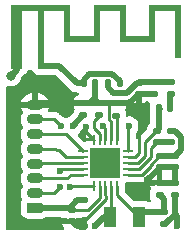
<source format=gbr>
%TF.GenerationSoftware,KiCad,Pcbnew,9.0.0*%
%TF.CreationDate,2025-03-18T12:57:55-04:00*%
%TF.ProjectId,Tarea_1_Modulo_NRF24L01,54617265-615f-4315-9f4d-6f64756c6f5f,rev?*%
%TF.SameCoordinates,Original*%
%TF.FileFunction,Copper,L1,Top*%
%TF.FilePolarity,Positive*%
%FSLAX46Y46*%
G04 Gerber Fmt 4.6, Leading zero omitted, Abs format (unit mm)*
G04 Created by KiCad (PCBNEW 9.0.0) date 2025-03-18 12:57:55*
%MOMM*%
%LPD*%
G01*
G04 APERTURE LIST*
G04 Aperture macros list*
%AMRoundRect*
0 Rectangle with rounded corners*
0 $1 Rounding radius*
0 $2 $3 $4 $5 $6 $7 $8 $9 X,Y pos of 4 corners*
0 Add a 4 corners polygon primitive as box body*
4,1,4,$2,$3,$4,$5,$6,$7,$8,$9,$2,$3,0*
0 Add four circle primitives for the rounded corners*
1,1,$1+$1,$2,$3*
1,1,$1+$1,$4,$5*
1,1,$1+$1,$6,$7*
1,1,$1+$1,$8,$9*
0 Add four rect primitives between the rounded corners*
20,1,$1+$1,$2,$3,$4,$5,0*
20,1,$1+$1,$4,$5,$6,$7,0*
20,1,$1+$1,$6,$7,$8,$9,0*
20,1,$1+$1,$8,$9,$2,$3,0*%
G04 Aperture macros list end*
%TA.AperFunction,EtchedComponent*%
%ADD10C,0.000000*%
%TD*%
%TA.AperFunction,SMDPad,CuDef*%
%ADD11RoundRect,0.140000X0.170000X-0.140000X0.170000X0.140000X-0.170000X0.140000X-0.170000X-0.140000X0*%
%TD*%
%TA.AperFunction,SMDPad,CuDef*%
%ADD12RoundRect,0.147500X0.172500X-0.147500X0.172500X0.147500X-0.172500X0.147500X-0.172500X-0.147500X0*%
%TD*%
%TA.AperFunction,ComponentPad*%
%ADD13RoundRect,0.225000X0.475000X-0.225000X0.475000X0.225000X-0.475000X0.225000X-0.475000X-0.225000X0*%
%TD*%
%TA.AperFunction,ComponentPad*%
%ADD14O,1.400000X0.900000*%
%TD*%
%TA.AperFunction,SMDPad,CuDef*%
%ADD15RoundRect,0.140000X-0.170000X0.140000X-0.170000X-0.140000X0.170000X-0.140000X0.170000X0.140000X0*%
%TD*%
%TA.AperFunction,SMDPad,CuDef*%
%ADD16R,1.000000X1.800000*%
%TD*%
%TA.AperFunction,SMDPad,CuDef*%
%ADD17RoundRect,0.147500X-0.147500X-0.172500X0.147500X-0.172500X0.147500X0.172500X-0.147500X0.172500X0*%
%TD*%
%TA.AperFunction,SMDPad,CuDef*%
%ADD18RoundRect,0.140000X0.140000X0.170000X-0.140000X0.170000X-0.140000X-0.170000X0.140000X-0.170000X0*%
%TD*%
%TA.AperFunction,ConnectorPad*%
%ADD19R,0.500000X0.500000*%
%TD*%
%TA.AperFunction,ComponentPad*%
%ADD20R,0.900000X0.500000*%
%TD*%
%TA.AperFunction,SMDPad,CuDef*%
%ADD21RoundRect,0.062500X-0.350000X-0.062500X0.350000X-0.062500X0.350000X0.062500X-0.350000X0.062500X0*%
%TD*%
%TA.AperFunction,SMDPad,CuDef*%
%ADD22RoundRect,0.062500X-0.062500X-0.350000X0.062500X-0.350000X0.062500X0.350000X-0.062500X0.350000X0*%
%TD*%
%TA.AperFunction,HeatsinkPad*%
%ADD23R,2.500000X2.500000*%
%TD*%
%TA.AperFunction,SMDPad,CuDef*%
%ADD24RoundRect,0.135000X0.185000X-0.135000X0.185000X0.135000X-0.185000X0.135000X-0.185000X-0.135000X0*%
%TD*%
%TA.AperFunction,ViaPad*%
%ADD25C,0.800000*%
%TD*%
%TA.AperFunction,ViaPad*%
%ADD26C,0.600000*%
%TD*%
%TA.AperFunction,Conductor*%
%ADD27C,0.500000*%
%TD*%
%TA.AperFunction,Conductor*%
%ADD28C,0.250000*%
%TD*%
G04 APERTURE END LIST*
D10*
%TA.AperFunction,EtchedComponent*%
%TO.C,AE1*%
G36*
X137900000Y-53215000D02*
G01*
X139900000Y-53215000D01*
X139900000Y-50575000D01*
X142600000Y-50575000D01*
X142600000Y-53215000D01*
X144600000Y-53215000D01*
X144600000Y-50575000D01*
X147300000Y-50575000D01*
X147300000Y-55015000D01*
X146800000Y-55015000D01*
X146800000Y-51075000D01*
X145100000Y-51075000D01*
X145100000Y-53715000D01*
X142100000Y-53715000D01*
X142100000Y-51075000D01*
X140400000Y-51075000D01*
X140400000Y-53715000D01*
X137400000Y-53715000D01*
X137400000Y-51075000D01*
X135700000Y-51075000D01*
X135700000Y-55975000D01*
X135200000Y-55975000D01*
X135200000Y-51075000D01*
X133800000Y-51075000D01*
X133800000Y-55975000D01*
X132900000Y-55975000D01*
X132900000Y-55731785D01*
X133202417Y-55731785D01*
X133212258Y-55779395D01*
X133236326Y-55821797D01*
X133274269Y-55854581D01*
X133282181Y-55858935D01*
X133324844Y-55871043D01*
X133373363Y-55870300D01*
X133418878Y-55857400D01*
X133437489Y-55846787D01*
X133471132Y-55811553D01*
X133491691Y-55766368D01*
X133498222Y-55716842D01*
X133489782Y-55668583D01*
X133472888Y-55636357D01*
X133437628Y-55603687D01*
X133392318Y-55583592D01*
X133342733Y-55577018D01*
X133294647Y-55584908D01*
X133261755Y-55601814D01*
X133226815Y-55638584D01*
X133207153Y-55683378D01*
X133202417Y-55731785D01*
X132900000Y-55731785D01*
X132900000Y-50575000D01*
X137900000Y-50575000D01*
X137900000Y-53215000D01*
G37*
%TD.AperFunction*%
%TD*%
D11*
%TO.P,C4,1*%
%TO.N,Net-(U1-XC2)*%
X146750000Y-66610000D03*
%TO.P,C4,2*%
%TO.N,GND*%
X146750000Y-65650000D03*
%TD*%
D12*
%TO.P,L1,1,1*%
%TO.N,Net-(U1-ANT1)*%
X145250000Y-62160000D03*
%TO.P,L1,2,2*%
%TO.N,Net-(U1-ANT2)*%
X145250000Y-61190000D03*
%TD*%
D13*
%TO.P,J1,1,Pin_1*%
%TO.N,VDD*%
X134900000Y-67750000D03*
D14*
%TO.P,J1,2,Pin_2*%
%TO.N,Net-(J1-Pin_2)*%
X134900000Y-66500000D03*
%TO.P,J1,3,Pin_3*%
%TO.N,Net-(J1-Pin_3)*%
X134900000Y-65250000D03*
%TO.P,J1,4,Pin_4*%
%TO.N,Net-(J1-Pin_4)*%
X134900000Y-64000000D03*
%TO.P,J1,5,Pin_5*%
%TO.N,Net-(J1-Pin_5)*%
X134900000Y-62750000D03*
%TO.P,J1,6,Pin_6*%
%TO.N,Net-(J1-Pin_6)*%
X134900000Y-61500000D03*
%TO.P,J1,7,Pin_7*%
%TO.N,Net-(J1-Pin_7)*%
X134900000Y-60250000D03*
%TO.P,J1,8,Pin_8*%
%TO.N,GND*%
X134900000Y-59000000D03*
%TD*%
D11*
%TO.P,C7,1*%
%TO.N,GND*%
X146750000Y-64310000D03*
%TO.P,C7,2*%
%TO.N,Net-(U1-VDD_PA)*%
X146750000Y-63350000D03*
%TD*%
%TO.P,C5,1*%
%TO.N,Net-(U1-XC1)*%
X145450000Y-66610000D03*
%TO.P,C5,2*%
%TO.N,GND*%
X145450000Y-65650000D03*
%TD*%
D15*
%TO.P,C1,1*%
%TO.N,VDD*%
X138000000Y-67900000D03*
%TO.P,C1,2*%
%TO.N,GND*%
X138000000Y-68860000D03*
%TD*%
D16*
%TO.P,Y1,1,1*%
%TO.N,Net-(U1-XC2)*%
X141250000Y-68550000D03*
%TO.P,Y1,2,2*%
%TO.N,Net-(U1-XC1)*%
X143750000Y-68550000D03*
%TD*%
D11*
%TO.P,C8,1*%
%TO.N,GND*%
X145000000Y-58060000D03*
%TO.P,C8,2*%
%TO.N,Net-(C10-Pad2)*%
X145000000Y-57100000D03*
%TD*%
D17*
%TO.P,L3,1,1*%
%TO.N,Net-(U1-ANT2)*%
X145400000Y-59300000D03*
%TO.P,L3,2,2*%
%TO.N,Net-(C6-Pad1)*%
X146370000Y-59300000D03*
%TD*%
D18*
%TO.P,C11,1*%
%TO.N,GND*%
X139980000Y-57200000D03*
%TO.P,C11,2*%
%TO.N,Net-(AE1-A)*%
X139020000Y-57200000D03*
%TD*%
D11*
%TO.P,C3,1*%
%TO.N,Net-(U1-DVDD)*%
X140300000Y-59860000D03*
%TO.P,C3,2*%
%TO.N,GND*%
X140300000Y-58900000D03*
%TD*%
D17*
%TO.P,L4,1,1*%
%TO.N,Net-(C10-Pad2)*%
X141100000Y-57200000D03*
%TO.P,L4,2,2*%
%TO.N,Net-(AE1-A)*%
X142070000Y-57200000D03*
%TD*%
D19*
%TO.P,AE1,1,A*%
%TO.N,Net-(AE1-A)*%
X135450000Y-55725000D03*
D20*
%TO.P,AE1,2*%
%TO.N,N/C*%
X133350000Y-55725000D03*
%TD*%
D11*
%TO.P,C2,1*%
%TO.N,VDD*%
X139000000Y-59860000D03*
%TO.P,C2,2*%
%TO.N,GND*%
X139000000Y-58900000D03*
%TD*%
D12*
%TO.P,L2,1,1*%
%TO.N,Net-(U1-ANT1)*%
X146425000Y-62160000D03*
%TO.P,L2,2,2*%
%TO.N,Net-(U1-VDD_PA)*%
X146425000Y-61190000D03*
%TD*%
D21*
%TO.P,U1,1,CE*%
%TO.N,Net-(J1-Pin_6)*%
X138937500Y-62925000D03*
%TO.P,U1,2,CSN*%
%TO.N,Net-(J1-Pin_5)*%
X138937500Y-63425000D03*
%TO.P,U1,3,SCK*%
%TO.N,Net-(J1-Pin_4)*%
X138937500Y-63925000D03*
%TO.P,U1,4,MOSI*%
%TO.N,Net-(J1-Pin_2)*%
X138937500Y-64425000D03*
%TO.P,U1,5,MISO*%
%TO.N,Net-(J1-Pin_3)*%
X138937500Y-64925000D03*
D22*
%TO.P,U1,6,IRQ*%
%TO.N,Net-(J1-Pin_7)*%
X139875000Y-65862500D03*
%TO.P,U1,7,VDD*%
%TO.N,VDD*%
X140375000Y-65862500D03*
%TO.P,U1,8,VSS*%
%TO.N,GND*%
X140875000Y-65862500D03*
%TO.P,U1,9,XC2*%
%TO.N,Net-(U1-XC2)*%
X141375000Y-65862500D03*
%TO.P,U1,10,XC1*%
%TO.N,Net-(U1-XC1)*%
X141875000Y-65862500D03*
D21*
%TO.P,U1,11,VDD_PA*%
%TO.N,Net-(U1-VDD_PA)*%
X142812500Y-64925000D03*
%TO.P,U1,12,ANT1*%
%TO.N,Net-(U1-ANT1)*%
X142812500Y-64425000D03*
%TO.P,U1,13,ANT2*%
%TO.N,Net-(U1-ANT2)*%
X142812500Y-63925000D03*
%TO.P,U1,14,VSS*%
%TO.N,GND*%
X142812500Y-63425000D03*
%TO.P,U1,15,VDD*%
%TO.N,VDD*%
X142812500Y-62925000D03*
D22*
%TO.P,U1,16,IREF*%
%TO.N,Net-(U1-IREF)*%
X141875000Y-61987500D03*
%TO.P,U1,17,VSS*%
%TO.N,GND*%
X141375000Y-61987500D03*
%TO.P,U1,18,VDD*%
%TO.N,VDD*%
X140875000Y-61987500D03*
%TO.P,U1,19,DVDD*%
%TO.N,Net-(U1-DVDD)*%
X140375000Y-61987500D03*
%TO.P,U1,20,VSS*%
%TO.N,GND*%
X139875000Y-61987500D03*
D23*
%TO.P,U1,21*%
%TO.N,N/C*%
X140875000Y-63925000D03*
%TD*%
D11*
%TO.P,C9,1*%
%TO.N,GND*%
X145450000Y-64310000D03*
%TO.P,C9,2*%
%TO.N,Net-(U1-VDD_PA)*%
X145450000Y-63350000D03*
%TD*%
%TO.P,C10,1*%
%TO.N,GND*%
X143700000Y-58100000D03*
%TO.P,C10,2*%
%TO.N,Net-(C10-Pad2)*%
X143700000Y-57140000D03*
%TD*%
D24*
%TO.P,R2,1*%
%TO.N,Net-(U1-XC2)*%
X145850000Y-69070000D03*
%TO.P,R2,2*%
%TO.N,Net-(U1-XC1)*%
X145850000Y-68050000D03*
%TD*%
D11*
%TO.P,C6,1*%
%TO.N,Net-(C6-Pad1)*%
X146400000Y-58060000D03*
%TO.P,C6,2*%
%TO.N,Net-(C10-Pad2)*%
X146400000Y-57100000D03*
%TD*%
D24*
%TO.P,R1,1*%
%TO.N,Net-(U1-IREF)*%
X141800000Y-59920000D03*
%TO.P,R1,2*%
%TO.N,GND*%
X141800000Y-58900000D03*
%TD*%
D25*
%TO.N,*%
X132850000Y-56550000D03*
D26*
%TO.N,VDD*%
X139100000Y-67100000D03*
X142900000Y-60800000D03*
X140700000Y-60800000D03*
X138100000Y-60800000D03*
%TO.N,GND*%
X139100000Y-69300000D03*
X144400000Y-65400000D03*
X144300000Y-60100000D03*
X139230331Y-60869669D03*
%TO.N,Net-(U1-XC2)*%
X146900000Y-69300000D03*
X140000000Y-69300000D03*
%TO.N,Net-(J1-Pin_2)*%
X137000000Y-64600000D03*
X137000000Y-66000000D03*
%TO.N,Net-(J1-Pin_7)*%
X137900000Y-66000000D03*
X137100000Y-60800000D03*
%TD*%
D27*
%TO.N,*%
X133350000Y-55725000D02*
X133350000Y-56050000D01*
X133350000Y-56050000D02*
X132850000Y-56550000D01*
%TO.N,Net-(AE1-A)*%
X142070000Y-57000920D02*
X142070000Y-57200000D01*
X136950000Y-55725000D02*
X135450000Y-55725000D01*
X139020000Y-57200000D02*
X138425000Y-57200000D01*
X139020000Y-57200000D02*
X139020000Y-56890001D01*
X139020000Y-56890001D02*
X139510001Y-56400000D01*
X138425000Y-57200000D02*
X136950000Y-55725000D01*
X141469080Y-56400000D02*
X142070000Y-57000920D01*
X139510001Y-56400000D02*
X141469080Y-56400000D01*
%TO.N,VDD*%
X138500000Y-67100000D02*
X137850000Y-67750000D01*
D28*
X138000000Y-67900000D02*
X139363604Y-67900000D01*
D27*
X134900000Y-67750000D02*
X137850000Y-67750000D01*
D28*
X140875000Y-61987500D02*
X140875000Y-60975000D01*
D27*
X137850000Y-67750000D02*
X138000000Y-67900000D01*
D28*
X140875000Y-60975000D02*
X140700000Y-60800000D01*
X138000000Y-67900000D02*
X138300000Y-67900000D01*
X142812500Y-60887500D02*
X142900000Y-60800000D01*
D27*
X139000000Y-59860000D02*
X139000000Y-59900000D01*
D28*
X140381802Y-66881802D02*
X140375000Y-66875000D01*
D27*
X139000000Y-59900000D02*
X138100000Y-60800000D01*
X139100000Y-67100000D02*
X138500000Y-67100000D01*
D28*
X140375000Y-66875000D02*
X140375000Y-65862500D01*
X139363604Y-67900000D02*
X140381802Y-66881802D01*
X142812500Y-62925000D02*
X142812500Y-60887500D01*
D27*
%TO.N,GND*%
X141800000Y-58900000D02*
X142900000Y-58900000D01*
D28*
X139040000Y-68860000D02*
X140900000Y-67000000D01*
D27*
X145450000Y-64310000D02*
X145450000Y-64350000D01*
D28*
X143700000Y-63100000D02*
X143700000Y-58100000D01*
D27*
X139980000Y-57200000D02*
X139980000Y-58400000D01*
X139100000Y-69300000D02*
X138440000Y-69300000D01*
X145450000Y-64350000D02*
X144400000Y-65400000D01*
D28*
X141155000Y-60249280D02*
X141155000Y-58945000D01*
D27*
X145450000Y-65650000D02*
X146750000Y-65650000D01*
D28*
X143700000Y-58100000D02*
X143700000Y-59500000D01*
X142812500Y-63425000D02*
X143375000Y-63425000D01*
X140875000Y-66675000D02*
X140875000Y-65862500D01*
D27*
X135000000Y-58900000D02*
X134900000Y-59000000D01*
D28*
X141375000Y-61987500D02*
X141375000Y-60469280D01*
D27*
X144960000Y-58100000D02*
X145000000Y-58060000D01*
X141800000Y-58900000D02*
X141200000Y-58900000D01*
X139000000Y-58900000D02*
X139480000Y-58900000D01*
D28*
X140900000Y-66700000D02*
X140875000Y-66675000D01*
X141375000Y-60469280D02*
X141155000Y-60249280D01*
D27*
X139480000Y-58900000D02*
X139980000Y-58400000D01*
X145450000Y-64310000D02*
X146750000Y-64310000D01*
X142900000Y-58900000D02*
X143700000Y-58100000D01*
D28*
X140900000Y-67000000D02*
X140900000Y-66700000D01*
X139230331Y-61342831D02*
X139230331Y-60869669D01*
X138000000Y-68860000D02*
X139040000Y-68860000D01*
D27*
X139980000Y-58400000D02*
X139980000Y-58580000D01*
X143700000Y-58100000D02*
X144960000Y-58100000D01*
X146750000Y-65650000D02*
X146750000Y-64310000D01*
X141200000Y-58900000D02*
X140300000Y-58900000D01*
X138440000Y-69300000D02*
X138000000Y-68860000D01*
D28*
X143375000Y-63425000D02*
X143700000Y-63100000D01*
X139875000Y-61987500D02*
X139230331Y-61342831D01*
D27*
X139980000Y-58580000D02*
X140300000Y-58900000D01*
X139000000Y-58900000D02*
X135000000Y-58900000D01*
D28*
X143700000Y-59500000D02*
X144300000Y-60100000D01*
X141155000Y-58945000D02*
X141200000Y-58900000D01*
%TO.N,Net-(U1-DVDD)*%
X140300000Y-60000000D02*
X140300000Y-59860000D01*
X140375000Y-59935000D02*
X140300000Y-59860000D01*
X140375000Y-61475000D02*
X139900000Y-61000000D01*
X139900000Y-61000000D02*
X139900000Y-60400000D01*
X140375000Y-61987500D02*
X140375000Y-61475000D01*
X139900000Y-60400000D02*
X140300000Y-60000000D01*
D27*
%TO.N,Net-(U1-XC2)*%
X146900000Y-69300000D02*
X146900000Y-68451056D01*
X140750000Y-68550000D02*
X140000000Y-69300000D01*
X146900000Y-68451056D02*
X146750000Y-68301056D01*
X141250000Y-68550000D02*
X140750000Y-68550000D01*
X145850000Y-69070000D02*
X145930000Y-69070000D01*
D28*
X141375000Y-65862500D02*
X141375000Y-68425000D01*
X141375000Y-68425000D02*
X141250000Y-68550000D01*
D27*
X146750000Y-68301056D02*
X146750000Y-66610000D01*
X146281056Y-68770000D02*
X146750000Y-68301056D01*
X145930000Y-69070000D02*
X146230000Y-68770000D01*
X146230000Y-68770000D02*
X146281056Y-68770000D01*
D28*
%TO.N,Net-(U1-XC1)*%
X141875000Y-66675000D02*
X143750000Y-68550000D01*
X141875000Y-65862500D02*
X141875000Y-66675000D01*
D27*
X145850000Y-67010000D02*
X145450000Y-66610000D01*
X143750000Y-68550000D02*
X144250000Y-68050000D01*
X145850000Y-68050000D02*
X145850000Y-67010000D01*
X144250000Y-68050000D02*
X145850000Y-68050000D01*
%TO.N,Net-(C10-Pad2)*%
X141550001Y-57970000D02*
X142681734Y-57970000D01*
X143511734Y-57140000D02*
X143700000Y-57140000D01*
X141100000Y-57519999D02*
X141550001Y-57970000D01*
X145000000Y-57100000D02*
X146400000Y-57100000D01*
X143740000Y-57100000D02*
X143700000Y-57140000D01*
X142681734Y-57970000D02*
X143511734Y-57140000D01*
X141100000Y-57200000D02*
X141100000Y-57519999D01*
X145000000Y-57100000D02*
X143740000Y-57100000D01*
%TO.N,Net-(C6-Pad1)*%
X146370000Y-59300000D02*
X146370000Y-58090000D01*
X146370000Y-58090000D02*
X146400000Y-58060000D01*
%TO.N,Net-(U1-VDD_PA)*%
X146744999Y-61190000D02*
X146425000Y-61190000D01*
D28*
X144700000Y-64200000D02*
X144700000Y-64088510D01*
D27*
X146750000Y-63350000D02*
X147250000Y-62850000D01*
X145450000Y-63350000D02*
X146750000Y-63350000D01*
D28*
X144700000Y-64088510D02*
X145438510Y-63350000D01*
D27*
X147250000Y-61695001D02*
X146744999Y-61190000D01*
D28*
X145438510Y-63350000D02*
X145450000Y-63350000D01*
D27*
X147250000Y-62850000D02*
X147250000Y-61695001D01*
D28*
X144700000Y-64200000D02*
X143975000Y-64925000D01*
X143975000Y-64925000D02*
X142812500Y-64925000D01*
%TO.N,Net-(J1-Pin_5)*%
X138937500Y-63425000D02*
X137525000Y-63425000D01*
X136900000Y-62800000D02*
X136700000Y-62800000D01*
X136700000Y-62800000D02*
X136650000Y-62750000D01*
X136650000Y-62750000D02*
X134900000Y-62750000D01*
X137525000Y-63425000D02*
X136900000Y-62800000D01*
%TO.N,Net-(J1-Pin_2)*%
X138937500Y-64425000D02*
X137175000Y-64425000D01*
X137000000Y-66000000D02*
X136500000Y-66500000D01*
X136500000Y-66500000D02*
X134900000Y-66500000D01*
X137175000Y-64425000D02*
X137000000Y-64600000D01*
%TO.N,Net-(J1-Pin_3)*%
X137650000Y-65250000D02*
X137975000Y-64925000D01*
X137975000Y-64925000D02*
X138937500Y-64925000D01*
X134900000Y-65250000D02*
X137650000Y-65250000D01*
%TO.N,Net-(J1-Pin_4)*%
X138937500Y-63925000D02*
X134975000Y-63925000D01*
X134975000Y-63925000D02*
X134900000Y-64000000D01*
%TO.N,Net-(J1-Pin_7)*%
X137100000Y-60800000D02*
X136550000Y-60250000D01*
X139875000Y-65862500D02*
X138037500Y-65862500D01*
X138037500Y-65862500D02*
X137900000Y-66000000D01*
X136550000Y-60250000D02*
X134900000Y-60250000D01*
%TO.N,Net-(J1-Pin_6)*%
X138937500Y-62925000D02*
X137512500Y-61500000D01*
X137512500Y-61500000D02*
X134900000Y-61500000D01*
%TO.N,Net-(U1-ANT1)*%
X145450000Y-62250000D02*
X145450000Y-62220000D01*
D27*
X145250000Y-62160000D02*
X146425000Y-62160000D01*
D28*
X143727114Y-64425000D02*
X144700000Y-63452114D01*
X144700000Y-62710000D02*
X145250000Y-62160000D01*
X142812500Y-64425000D02*
X143727114Y-64425000D01*
X144700000Y-63452114D02*
X144700000Y-62710000D01*
D27*
%TO.N,Net-(U1-ANT2)*%
X145400000Y-61040000D02*
X145250000Y-61190000D01*
D28*
X145190001Y-61190000D02*
X145250000Y-61190000D01*
X144207859Y-62172142D02*
X145190001Y-61190000D01*
D27*
X145450000Y-59350000D02*
X145400000Y-59300000D01*
X145400000Y-59300000D02*
X145400000Y-61040000D01*
D28*
X143590718Y-63925000D02*
X144207859Y-63307859D01*
X142812500Y-63925000D02*
X143590718Y-63925000D01*
X144207859Y-63307859D02*
X144207859Y-62172142D01*
%TO.N,Net-(U1-IREF)*%
X141875000Y-61987500D02*
X141875000Y-59995000D01*
X141875000Y-59995000D02*
X141800000Y-59920000D01*
%TD*%
%TA.AperFunction,Conductor*%
%TO.N,GND*%
G36*
X134634561Y-56080726D02*
G01*
X134654871Y-56081565D01*
X134667404Y-56090370D01*
X134682098Y-56094685D01*
X134695407Y-56110044D01*
X134712041Y-56121731D01*
X134725625Y-56144917D01*
X134727853Y-56147489D01*
X134729117Y-56150879D01*
X134729882Y-56152184D01*
X134732259Y-56158015D01*
X134740181Y-56184992D01*
X134748600Y-56198093D01*
X134752920Y-56208688D01*
X134754275Y-56212161D01*
X134756201Y-56217326D01*
X134756203Y-56217329D01*
X134756204Y-56217331D01*
X134789841Y-56262264D01*
X134817969Y-56306032D01*
X134831165Y-56317466D01*
X134839155Y-56328139D01*
X134839155Y-56328140D01*
X134839156Y-56328141D01*
X134842453Y-56332546D01*
X134872765Y-56355237D01*
X134887380Y-56366178D01*
X134926706Y-56400254D01*
X134942589Y-56407507D01*
X134953263Y-56415498D01*
X134953263Y-56415499D01*
X134957664Y-56418793D01*
X134957666Y-56418794D01*
X134957669Y-56418796D01*
X135010251Y-56438408D01*
X135057584Y-56460024D01*
X135074870Y-56462509D01*
X135092517Y-56469091D01*
X135130567Y-56473182D01*
X135152116Y-56475499D01*
X135152118Y-56475499D01*
X135152127Y-56475500D01*
X135156351Y-56475499D01*
X135174000Y-56476761D01*
X135200000Y-56480500D01*
X135700000Y-56480500D01*
X135762863Y-56476004D01*
X135765495Y-56475816D01*
X135774341Y-56475500D01*
X136587770Y-56475500D01*
X136654809Y-56495185D01*
X136675451Y-56511819D01*
X137946584Y-57782952D01*
X137975548Y-57802305D01*
X138004508Y-57821655D01*
X138004510Y-57821656D01*
X138004513Y-57821658D01*
X138069505Y-57865084D01*
X138069506Y-57865084D01*
X138069507Y-57865085D01*
X138144343Y-57896083D01*
X138206087Y-57921658D01*
X138206091Y-57921658D01*
X138206092Y-57921659D01*
X138351079Y-57950500D01*
X138351082Y-57950500D01*
X138351083Y-57950500D01*
X138488256Y-57950500D01*
X138555295Y-57970185D01*
X138601050Y-58022989D01*
X138610994Y-58092147D01*
X138581969Y-58155703D01*
X138551377Y-58181232D01*
X138434625Y-58250278D01*
X138434616Y-58250285D01*
X138320285Y-58364616D01*
X138320278Y-58364625D01*
X138237968Y-58503804D01*
X138195496Y-58650000D01*
X141205851Y-58650000D01*
X141206172Y-58650046D01*
X141206331Y-58650001D01*
X141207581Y-58650252D01*
X141241246Y-58655159D01*
X141247387Y-58656988D01*
X141251081Y-58658518D01*
X141331089Y-58691659D01*
X141423885Y-58710117D01*
X141468644Y-58719020D01*
X141476082Y-58720500D01*
X141476083Y-58720500D01*
X142755654Y-58720500D01*
X142865140Y-58698721D01*
X142900647Y-58691658D01*
X142948490Y-58671840D01*
X143017957Y-58664371D01*
X143080436Y-58695645D01*
X143083624Y-58698721D01*
X143134616Y-58749714D01*
X143134625Y-58749721D01*
X143273804Y-58832031D01*
X143429089Y-58877145D01*
X143450000Y-58878789D01*
X143450000Y-58314463D01*
X143458644Y-58285022D01*
X143465168Y-58255036D01*
X143468922Y-58250020D01*
X143469685Y-58247424D01*
X143486319Y-58226782D01*
X143576782Y-58136319D01*
X143638105Y-58102834D01*
X143664463Y-58100000D01*
X143700000Y-58100000D01*
X143700000Y-58064463D01*
X143708644Y-58035022D01*
X143715168Y-58005036D01*
X143718922Y-58000020D01*
X143719685Y-57997424D01*
X143736319Y-57976782D01*
X143756282Y-57956819D01*
X143817605Y-57923334D01*
X143843963Y-57920500D01*
X143934682Y-57920500D01*
X143934690Y-57920500D01*
X143970993Y-57917643D01*
X143970995Y-57917642D01*
X143970997Y-57917642D01*
X144045202Y-57896083D01*
X144126395Y-57872494D01*
X144134386Y-57867767D01*
X144197507Y-57850500D01*
X144617934Y-57850500D01*
X144652528Y-57855423D01*
X144729007Y-57877643D01*
X144765310Y-57880500D01*
X144765318Y-57880500D01*
X144876000Y-57880500D01*
X144884685Y-57883050D01*
X144893647Y-57881762D01*
X144917687Y-57892740D01*
X144943039Y-57900185D01*
X144948966Y-57907025D01*
X144957203Y-57910787D01*
X144971492Y-57933021D01*
X144988794Y-57952989D01*
X144991081Y-57963503D01*
X144994977Y-57969565D01*
X145000000Y-58004500D01*
X145000000Y-58186000D01*
X144980315Y-58253039D01*
X144927511Y-58298794D01*
X144876000Y-58310000D01*
X144640000Y-58310000D01*
X144636319Y-58313681D01*
X144574996Y-58347166D01*
X144548638Y-58350000D01*
X143950000Y-58350000D01*
X143950000Y-58878789D01*
X143970910Y-58877145D01*
X144126195Y-58832031D01*
X144265374Y-58749721D01*
X144265378Y-58749718D01*
X144285393Y-58729703D01*
X144310388Y-58716053D01*
X144333749Y-58699785D01*
X144340651Y-58699528D01*
X144346716Y-58696217D01*
X144375120Y-58698247D01*
X144403571Y-58697191D01*
X144412634Y-58700930D01*
X144416407Y-58701200D01*
X144436197Y-58710651D01*
X144577516Y-58794227D01*
X144625200Y-58845296D01*
X144637703Y-58914038D01*
X144633472Y-58935553D01*
X144607390Y-59025326D01*
X144604500Y-59062052D01*
X144604500Y-59537947D01*
X144607390Y-59574673D01*
X144607391Y-59574675D01*
X144642549Y-59695688D01*
X144644576Y-59702663D01*
X144649500Y-59737259D01*
X144649500Y-60502727D01*
X144629815Y-60569766D01*
X144613181Y-60590408D01*
X144561414Y-60642174D01*
X144561408Y-60642182D01*
X144478068Y-60783104D01*
X144478066Y-60783107D01*
X144432391Y-60940320D01*
X144432390Y-60940326D01*
X144429500Y-60977052D01*
X144429500Y-61014548D01*
X144409815Y-61081587D01*
X144393181Y-61102229D01*
X143811853Y-61683556D01*
X143811845Y-61683564D01*
X143809128Y-61686282D01*
X143809126Y-61686284D01*
X143722001Y-61773409D01*
X143693877Y-61815500D01*
X143689248Y-61822427D01*
X143689244Y-61822432D01*
X143665101Y-61858564D01*
X143611488Y-61903369D01*
X143542163Y-61912075D01*
X143479136Y-61881919D01*
X143442418Y-61822476D01*
X143438000Y-61789672D01*
X143438000Y-61445440D01*
X143457685Y-61378401D01*
X143474320Y-61357758D01*
X143521786Y-61310292D01*
X143521789Y-61310289D01*
X143609394Y-61179179D01*
X143669737Y-61033497D01*
X143700500Y-60878842D01*
X143700500Y-60721158D01*
X143700500Y-60721155D01*
X143700499Y-60721153D01*
X143687913Y-60657880D01*
X143669737Y-60566503D01*
X143664687Y-60554311D01*
X143609397Y-60420827D01*
X143609390Y-60420814D01*
X143521789Y-60289711D01*
X143521786Y-60289707D01*
X143410292Y-60178213D01*
X143410288Y-60178210D01*
X143279185Y-60090609D01*
X143279172Y-60090602D01*
X143133501Y-60030264D01*
X143133489Y-60030261D01*
X142978845Y-59999500D01*
X142978842Y-59999500D01*
X142821158Y-59999500D01*
X142821156Y-59999500D01*
X142768691Y-60009936D01*
X142699099Y-60003709D01*
X142643922Y-59960846D01*
X142620677Y-59894956D01*
X142620499Y-59888319D01*
X142620499Y-59720831D01*
X142620498Y-59720806D01*
X142617665Y-59684799D01*
X142617665Y-59684796D01*
X142572869Y-59530607D01*
X142538581Y-59472629D01*
X142521398Y-59404905D01*
X142538582Y-59346386D01*
X142572404Y-59289196D01*
X142572405Y-59289194D01*
X142612844Y-59150000D01*
X142060409Y-59150000D01*
X142050680Y-59149618D01*
X142049186Y-59149500D01*
X141550830Y-59149500D01*
X141550813Y-59149501D01*
X141549692Y-59149589D01*
X141549330Y-59149618D01*
X141539607Y-59150000D01*
X140798352Y-59150000D01*
X140735233Y-59132732D01*
X140726395Y-59127506D01*
X140726393Y-59127505D01*
X140726389Y-59127503D01*
X140570997Y-59082357D01*
X140570991Y-59082356D01*
X140534697Y-59079500D01*
X140534690Y-59079500D01*
X140065310Y-59079500D01*
X140065302Y-59079500D01*
X140029008Y-59082356D01*
X140029002Y-59082357D01*
X139873610Y-59127503D01*
X139873605Y-59127506D01*
X139864766Y-59132732D01*
X139801648Y-59150000D01*
X139498352Y-59150000D01*
X139435233Y-59132732D01*
X139426395Y-59127506D01*
X139426393Y-59127505D01*
X139426389Y-59127503D01*
X139270997Y-59082357D01*
X139270991Y-59082356D01*
X139234697Y-59079500D01*
X139234690Y-59079500D01*
X138765310Y-59079500D01*
X138765302Y-59079500D01*
X138729008Y-59082356D01*
X138729002Y-59082357D01*
X138573610Y-59127503D01*
X138573605Y-59127506D01*
X138564766Y-59132732D01*
X138501648Y-59150000D01*
X138195496Y-59150000D01*
X138237968Y-59296194D01*
X138249911Y-59316389D01*
X138267092Y-59384113D01*
X138260630Y-59419270D01*
X138256485Y-59431512D01*
X138237506Y-59463605D01*
X138192357Y-59619007D01*
X138192158Y-59621532D01*
X138188683Y-59631798D01*
X138173594Y-59653293D01*
X138161784Y-59676749D01*
X138158912Y-59679718D01*
X137784704Y-60053927D01*
X137744478Y-60080806D01*
X137720826Y-60090603D01*
X137720814Y-60090609D01*
X137668891Y-60125304D01*
X137602214Y-60146182D01*
X137534833Y-60127698D01*
X137531109Y-60125304D01*
X137479185Y-60090609D01*
X137479172Y-60090602D01*
X137333501Y-60030264D01*
X137333489Y-60030261D01*
X137222285Y-60008141D01*
X137205528Y-59999376D01*
X137187049Y-59995356D01*
X137162010Y-59976611D01*
X137160374Y-59975756D01*
X137158795Y-59974205D01*
X137042928Y-59858338D01*
X137042926Y-59858335D01*
X137042925Y-59858334D01*
X137042925Y-59858335D01*
X137035858Y-59851268D01*
X137035858Y-59851267D01*
X136948733Y-59764142D01*
X136948732Y-59764141D01*
X136948731Y-59764140D01*
X136903325Y-59733801D01*
X136903324Y-59733800D01*
X136897509Y-59729915D01*
X136846286Y-59695688D01*
X136765792Y-59662347D01*
X136743934Y-59653293D01*
X136732453Y-59648537D01*
X136722427Y-59646543D01*
X136672029Y-59636518D01*
X136611610Y-59624500D01*
X136611607Y-59624500D01*
X136611606Y-59624500D01*
X136105176Y-59624500D01*
X136038137Y-59604815D01*
X135992382Y-59552011D01*
X135982438Y-59482853D01*
X135990615Y-59453048D01*
X136063491Y-59277107D01*
X136063493Y-59277100D01*
X136068884Y-59250000D01*
X135066988Y-59250000D01*
X135084205Y-59240060D01*
X135140060Y-59184205D01*
X135179556Y-59115796D01*
X135200000Y-59039496D01*
X135200000Y-58960504D01*
X135179556Y-58884204D01*
X135140060Y-58815795D01*
X135084205Y-58759940D01*
X135066988Y-58750000D01*
X135150000Y-58750000D01*
X136068884Y-58750000D01*
X136068884Y-58749999D01*
X136063493Y-58722899D01*
X136063492Y-58722896D01*
X135991880Y-58550008D01*
X135991875Y-58549999D01*
X135887913Y-58394410D01*
X135887910Y-58394406D01*
X135755593Y-58262089D01*
X135755589Y-58262086D01*
X135600000Y-58158124D01*
X135599991Y-58158119D01*
X135427105Y-58086508D01*
X135427097Y-58086506D01*
X135243570Y-58050000D01*
X135150000Y-58050000D01*
X135150000Y-58750000D01*
X135066988Y-58750000D01*
X135015796Y-58720444D01*
X134939496Y-58700000D01*
X134860504Y-58700000D01*
X134784204Y-58720444D01*
X134715795Y-58759940D01*
X134659940Y-58815795D01*
X134620444Y-58884204D01*
X134600000Y-58960504D01*
X134600000Y-59039496D01*
X134620444Y-59115796D01*
X134659940Y-59184205D01*
X134715795Y-59240060D01*
X134733012Y-59250000D01*
X133731116Y-59250000D01*
X133736506Y-59277100D01*
X133736507Y-59277103D01*
X133808119Y-59449991D01*
X133808127Y-59450005D01*
X133878723Y-59555660D01*
X133899601Y-59622337D01*
X133881116Y-59689717D01*
X133878723Y-59693440D01*
X133807684Y-59799757D01*
X133807676Y-59799771D01*
X133736027Y-59972748D01*
X133736025Y-59972756D01*
X133699500Y-60156379D01*
X133699500Y-60343620D01*
X133736025Y-60527243D01*
X133736027Y-60527251D01*
X133762188Y-60590408D01*
X133807676Y-60700228D01*
X133807680Y-60700235D01*
X133878423Y-60806110D01*
X133899300Y-60872787D01*
X133880815Y-60940167D01*
X133878423Y-60943890D01*
X133807680Y-61049764D01*
X133807676Y-61049771D01*
X133736027Y-61222748D01*
X133736025Y-61222756D01*
X133699500Y-61406379D01*
X133699500Y-61593620D01*
X133736025Y-61777243D01*
X133736027Y-61777251D01*
X133807676Y-61950228D01*
X133807680Y-61950235D01*
X133878423Y-62056110D01*
X133899300Y-62122787D01*
X133880815Y-62190167D01*
X133878423Y-62193890D01*
X133807680Y-62299764D01*
X133807676Y-62299771D01*
X133736027Y-62472748D01*
X133736025Y-62472756D01*
X133699500Y-62656379D01*
X133699500Y-62843620D01*
X133736025Y-63027243D01*
X133736027Y-63027251D01*
X133807676Y-63200228D01*
X133807680Y-63200235D01*
X133878423Y-63306110D01*
X133899300Y-63372787D01*
X133880815Y-63440167D01*
X133878423Y-63443890D01*
X133807680Y-63549764D01*
X133807676Y-63549771D01*
X133736027Y-63722748D01*
X133736025Y-63722756D01*
X133699500Y-63906379D01*
X133699500Y-64093620D01*
X133736025Y-64277243D01*
X133736027Y-64277251D01*
X133807676Y-64450228D01*
X133807680Y-64450235D01*
X133878423Y-64556110D01*
X133899300Y-64622787D01*
X133880815Y-64690167D01*
X133878423Y-64693890D01*
X133807680Y-64799764D01*
X133807676Y-64799771D01*
X133736027Y-64972748D01*
X133736025Y-64972756D01*
X133699500Y-65156379D01*
X133699500Y-65343620D01*
X133736025Y-65527243D01*
X133736027Y-65527251D01*
X133807676Y-65700228D01*
X133807680Y-65700235D01*
X133878423Y-65806110D01*
X133899300Y-65872787D01*
X133880815Y-65940167D01*
X133878423Y-65943890D01*
X133807680Y-66049764D01*
X133807676Y-66049771D01*
X133736027Y-66222748D01*
X133736025Y-66222756D01*
X133699500Y-66406379D01*
X133699500Y-66593620D01*
X133736025Y-66777243D01*
X133736027Y-66777251D01*
X133807677Y-66950230D01*
X133825541Y-66976965D01*
X133846419Y-67043643D01*
X133827978Y-67110953D01*
X133762998Y-67216300D01*
X133762996Y-67216305D01*
X133709651Y-67377290D01*
X133699500Y-67476647D01*
X133699500Y-68023337D01*
X133699501Y-68023355D01*
X133709650Y-68122707D01*
X133709651Y-68122710D01*
X133762996Y-68283694D01*
X133763001Y-68283705D01*
X133852029Y-68428040D01*
X133852032Y-68428044D01*
X133971955Y-68547967D01*
X133971959Y-68547970D01*
X134116294Y-68636998D01*
X134116297Y-68636999D01*
X134116303Y-68637003D01*
X134277292Y-68690349D01*
X134376655Y-68700500D01*
X135423344Y-68700499D01*
X135423352Y-68700498D01*
X135423355Y-68700498D01*
X135477760Y-68694940D01*
X135522708Y-68690349D01*
X135683697Y-68637003D01*
X135828044Y-68547968D01*
X135839193Y-68536819D01*
X135900516Y-68503334D01*
X135926874Y-68500500D01*
X137062156Y-68500500D01*
X137129195Y-68520185D01*
X137174950Y-68572989D01*
X137176665Y-68584921D01*
X137195495Y-68610000D01*
X137501648Y-68610000D01*
X137564766Y-68627267D01*
X137573605Y-68632494D01*
X137573608Y-68632494D01*
X137573610Y-68632496D01*
X137729002Y-68677642D01*
X137729005Y-68677642D01*
X137729007Y-68677643D01*
X137765310Y-68680500D01*
X137765318Y-68680500D01*
X138234682Y-68680500D01*
X138234690Y-68680500D01*
X138270993Y-68677643D01*
X138270995Y-68677642D01*
X138270997Y-68677642D01*
X138426389Y-68632496D01*
X138426389Y-68632495D01*
X138426395Y-68632494D01*
X138435233Y-68627267D01*
X138498352Y-68610000D01*
X138804504Y-68610000D01*
X138830748Y-68575047D01*
X138886742Y-68533256D01*
X138929909Y-68525500D01*
X139343059Y-68525500D01*
X139410098Y-68545185D01*
X139455853Y-68597989D01*
X139465797Y-68667147D01*
X139436772Y-68730703D01*
X139430740Y-68737181D01*
X139378213Y-68789707D01*
X139378210Y-68789711D01*
X139290609Y-68920814D01*
X139290602Y-68920827D01*
X139230264Y-69066498D01*
X139230261Y-69066510D01*
X139199500Y-69221153D01*
X139199500Y-69378846D01*
X139213914Y-69451309D01*
X139207687Y-69520900D01*
X139164824Y-69576078D01*
X139098934Y-69599322D01*
X139092297Y-69599500D01*
X138774502Y-69599500D01*
X138707463Y-69579815D01*
X138661708Y-69527011D01*
X138651764Y-69457853D01*
X138676520Y-69399503D01*
X138679718Y-69395379D01*
X138762031Y-69256195D01*
X138804504Y-69110000D01*
X137195496Y-69110000D01*
X137237968Y-69256195D01*
X137320281Y-69395379D01*
X137323480Y-69399503D01*
X137349013Y-69464541D01*
X137335330Y-69533058D01*
X137286777Y-69583300D01*
X137225498Y-69599500D01*
X132574500Y-69599500D01*
X132507461Y-69579815D01*
X132461706Y-69527011D01*
X132450500Y-69475500D01*
X132450500Y-58749999D01*
X133731115Y-58749999D01*
X133731116Y-58750000D01*
X134650000Y-58750000D01*
X134650000Y-58050000D01*
X134556430Y-58050000D01*
X134372902Y-58086506D01*
X134372894Y-58086508D01*
X134200008Y-58158119D01*
X134199999Y-58158124D01*
X134044410Y-58262086D01*
X134044406Y-58262089D01*
X133912089Y-58394406D01*
X133912086Y-58394410D01*
X133808124Y-58549999D01*
X133808119Y-58550008D01*
X133736507Y-58722896D01*
X133736506Y-58722899D01*
X133731115Y-58749999D01*
X132450500Y-58749999D01*
X132450500Y-57539770D01*
X132470185Y-57472731D01*
X132522989Y-57426976D01*
X132592147Y-57417032D01*
X132598682Y-57418151D01*
X132643047Y-57426976D01*
X132761306Y-57450500D01*
X132761309Y-57450500D01*
X132938693Y-57450500D01*
X132938694Y-57450499D01*
X133018173Y-57434690D01*
X133112658Y-57415896D01*
X133112661Y-57415894D01*
X133112666Y-57415894D01*
X133276547Y-57348013D01*
X133424035Y-57249464D01*
X133549464Y-57124035D01*
X133648013Y-56976547D01*
X133715894Y-56812666D01*
X133725239Y-56765680D01*
X133757622Y-56703772D01*
X133759060Y-56702306D01*
X133932952Y-56528416D01*
X133970232Y-56472619D01*
X133977061Y-56465910D01*
X133979619Y-56460310D01*
X134006291Y-56437196D01*
X134009987Y-56434820D01*
X134009992Y-56434819D01*
X134013471Y-56432582D01*
X134037167Y-56420721D01*
X134042331Y-56418796D01*
X134087264Y-56385158D01*
X134131032Y-56357031D01*
X134142467Y-56343833D01*
X134157546Y-56332546D01*
X134191178Y-56287619D01*
X134225254Y-56248294D01*
X134232508Y-56232409D01*
X134243796Y-56217331D01*
X134261865Y-56168883D01*
X134265253Y-56160707D01*
X134271296Y-56147478D01*
X134317055Y-56094678D01*
X134384085Y-56075000D01*
X134615059Y-56075000D01*
X134634561Y-56080726D01*
G37*
%TD.AperFunction*%
%TA.AperFunction,Conductor*%
G36*
X146402528Y-64105423D02*
G01*
X146479007Y-64127643D01*
X146515310Y-64130500D01*
X146515318Y-64130500D01*
X146626000Y-64130500D01*
X146693039Y-64150185D01*
X146738794Y-64202989D01*
X146750000Y-64254500D01*
X146750000Y-64310000D01*
X146876000Y-64310000D01*
X146943039Y-64329685D01*
X146988794Y-64382489D01*
X147000000Y-64434000D01*
X147000000Y-65526000D01*
X146980315Y-65593039D01*
X146927511Y-65638794D01*
X146876000Y-65650000D01*
X146750000Y-65650000D01*
X146750000Y-65705500D01*
X146730315Y-65772539D01*
X146677511Y-65818294D01*
X146626000Y-65829500D01*
X146515302Y-65829500D01*
X146479008Y-65832356D01*
X146479002Y-65832357D01*
X146323610Y-65877503D01*
X146323605Y-65877506D01*
X146314766Y-65882732D01*
X146251648Y-65900000D01*
X145948352Y-65900000D01*
X145885233Y-65882732D01*
X145876395Y-65877506D01*
X145876393Y-65877505D01*
X145876389Y-65877503D01*
X145720997Y-65832357D01*
X145720991Y-65832356D01*
X145684697Y-65829500D01*
X145684690Y-65829500D01*
X145215310Y-65829500D01*
X145215302Y-65829500D01*
X145179008Y-65832356D01*
X145179002Y-65832357D01*
X145023610Y-65877503D01*
X145023605Y-65877506D01*
X145014766Y-65882732D01*
X144951648Y-65900000D01*
X144645496Y-65900000D01*
X144687968Y-66046194D01*
X144699911Y-66066389D01*
X144717092Y-66134113D01*
X144699911Y-66192628D01*
X144687506Y-66213604D01*
X144687504Y-66213609D01*
X144642357Y-66369002D01*
X144642356Y-66369008D01*
X144639500Y-66405302D01*
X144639500Y-66814697D01*
X144642356Y-66850991D01*
X144642357Y-66850997D01*
X144687504Y-67006390D01*
X144687505Y-67006393D01*
X144738444Y-67092527D01*
X144755627Y-67160251D01*
X144733467Y-67226514D01*
X144679001Y-67270277D01*
X144609521Y-67277646D01*
X144557401Y-67254915D01*
X144492331Y-67206204D01*
X144492328Y-67206202D01*
X144357482Y-67155908D01*
X144357483Y-67155908D01*
X144297883Y-67149501D01*
X144297881Y-67149500D01*
X144297873Y-67149500D01*
X144297865Y-67149500D01*
X143285453Y-67149500D01*
X143218414Y-67129815D01*
X143197772Y-67113181D01*
X142536819Y-66452228D01*
X142503334Y-66390905D01*
X142500500Y-66364547D01*
X142500500Y-65790905D01*
X142500499Y-65790891D01*
X142500499Y-65674499D01*
X142520184Y-65607460D01*
X142572988Y-65561705D01*
X142624499Y-65550499D01*
X142740892Y-65550499D01*
X142740904Y-65550500D01*
X142750894Y-65550500D01*
X144036608Y-65550500D01*
X144036608Y-65550499D01*
X144109459Y-65536009D01*
X144157452Y-65526463D01*
X144190792Y-65512652D01*
X144271286Y-65479312D01*
X144341415Y-65432452D01*
X144373733Y-65410858D01*
X144435570Y-65349020D01*
X144438761Y-65346239D01*
X144466791Y-65333335D01*
X144493886Y-65318540D01*
X144498252Y-65318852D01*
X144502228Y-65317022D01*
X144532791Y-65321322D01*
X144563578Y-65323524D01*
X144567088Y-65326147D01*
X144571417Y-65326757D01*
X144594502Y-65346639D01*
X144619407Y-65365254D01*
X144645495Y-65400000D01*
X145200000Y-65400000D01*
X145700000Y-65400000D01*
X146500000Y-65400000D01*
X146500000Y-64560000D01*
X145700000Y-64560000D01*
X145700000Y-65400000D01*
X145200000Y-65400000D01*
X145200000Y-64615182D01*
X145205327Y-64597037D01*
X145205665Y-64578131D01*
X145219164Y-64549914D01*
X145219685Y-64548143D01*
X145220831Y-64546390D01*
X145244013Y-64511698D01*
X145254312Y-64496285D01*
X145294719Y-64398733D01*
X145299670Y-64386780D01*
X145326742Y-64346356D01*
X145326973Y-64346125D01*
X145388369Y-64312776D01*
X145414461Y-64310000D01*
X145450000Y-64310000D01*
X145450000Y-64274462D01*
X145458644Y-64245022D01*
X145465169Y-64215032D01*
X145468923Y-64210017D01*
X145469685Y-64207423D01*
X145486321Y-64186779D01*
X145506284Y-64166817D01*
X145567608Y-64133333D01*
X145593963Y-64130500D01*
X145684682Y-64130500D01*
X145684690Y-64130500D01*
X145720993Y-64127643D01*
X145797471Y-64105423D01*
X145832066Y-64100500D01*
X146367934Y-64100500D01*
X146402528Y-64105423D01*
G37*
%TD.AperFunction*%
%TA.AperFunction,Conductor*%
G36*
X139193834Y-60870046D02*
G01*
X139249767Y-60911918D01*
X139274184Y-60977382D01*
X139274500Y-60986228D01*
X139274500Y-61061606D01*
X139297793Y-61178714D01*
X139298537Y-61182451D01*
X139315229Y-61222749D01*
X139325917Y-61248553D01*
X139333385Y-61318022D01*
X139323191Y-61345869D01*
X139324267Y-61346315D01*
X139264478Y-61490657D01*
X139264478Y-61490658D01*
X139250000Y-61600622D01*
X139250000Y-61862500D01*
X139625500Y-61862500D01*
X139634185Y-61865050D01*
X139643147Y-61863762D01*
X139667187Y-61874740D01*
X139692539Y-61882185D01*
X139698466Y-61889025D01*
X139706703Y-61892787D01*
X139720992Y-61915021D01*
X139738294Y-61934989D01*
X139740581Y-61945503D01*
X139744477Y-61951565D01*
X139749500Y-61986500D01*
X139749500Y-61988500D01*
X139729815Y-62055539D01*
X139677011Y-62101294D01*
X139625500Y-62112500D01*
X139250000Y-62112500D01*
X139217476Y-62145024D01*
X139156152Y-62178508D01*
X139086461Y-62173523D01*
X139042114Y-62145023D01*
X138542441Y-61645351D01*
X138508956Y-61584028D01*
X138513940Y-61514337D01*
X138555811Y-61458403D01*
X138561209Y-61454582D01*
X138610289Y-61421789D01*
X138721789Y-61310289D01*
X138809394Y-61179179D01*
X138819192Y-61155521D01*
X138846069Y-61115296D01*
X139062820Y-60898546D01*
X139124142Y-60865062D01*
X139193834Y-60870046D01*
G37*
%TD.AperFunction*%
%TD*%
M02*

</source>
